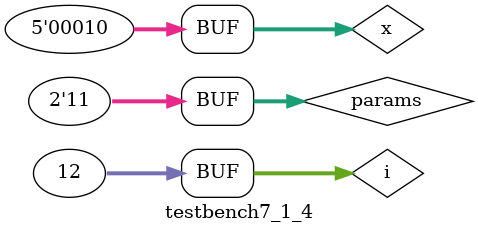
<source format=v>
module testbench7_1_4(

);
    reg [4:0] x;
    wire [4:0] y;
    integer i;
    reg [1:0] params;
    
    graycode_gen DUT (.x_with_en(x), .y(y));
    
    initial 
    begin
        for (i = 0; i < 12; i = i + 1)
        begin
            if (i == 0)
                begin
                x <= 5'b10000;
                params <=  i;
                end
             else
                #1 params = i;
                if (i < 11)
                    x = i + 5'b10000;
                else
                    x = 5'b00010;
                end
                end
endmodule

</source>
